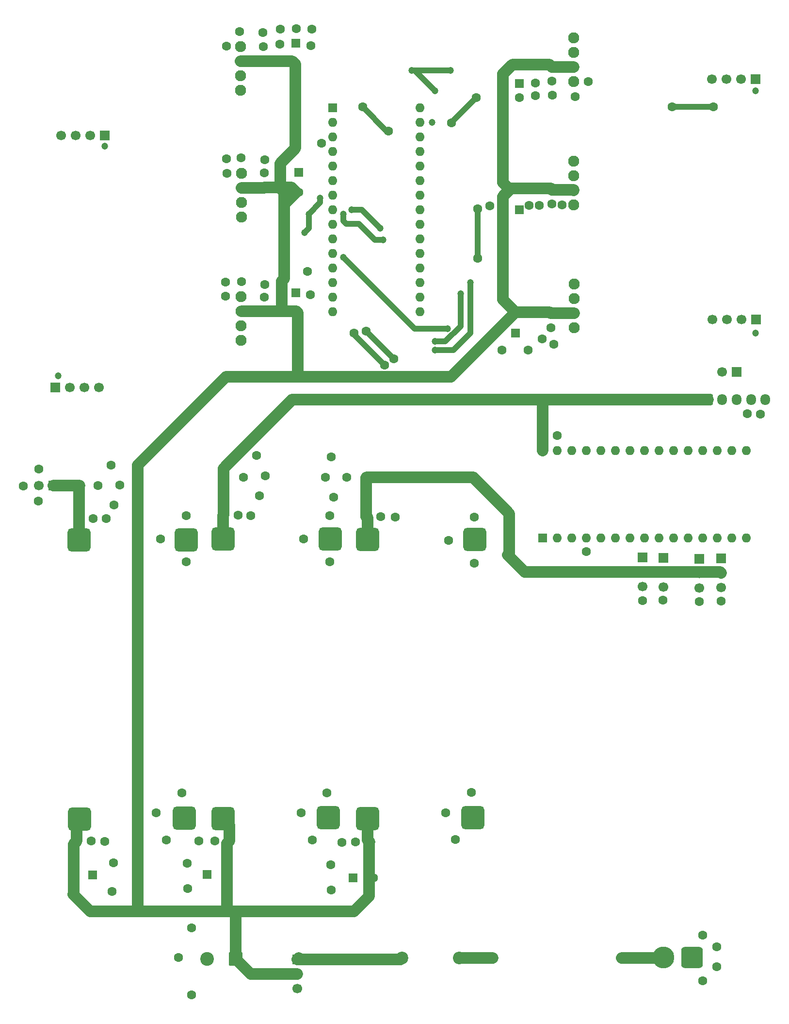
<source format=gbr>
%TF.GenerationSoftware,KiCad,Pcbnew,9.0.6*%
%TF.CreationDate,2025-12-29T23:23:51+08:00*%
%TF.ProjectId,Microver2025,4d696372-6f76-4657-9232-3032352e6b69,rev?*%
%TF.SameCoordinates,Original*%
%TF.FileFunction,Copper,L4,Bot*%
%TF.FilePolarity,Positive*%
%FSLAX46Y46*%
G04 Gerber Fmt 4.6, Leading zero omitted, Abs format (unit mm)*
G04 Created by KiCad (PCBNEW 9.0.6) date 2025-12-29 23:23:51*
%MOMM*%
%LPD*%
G01*
G04 APERTURE LIST*
G04 Aperture macros list*
%AMRoundRect*
0 Rectangle with rounded corners*
0 $1 Rounding radius*
0 $2 $3 $4 $5 $6 $7 $8 $9 X,Y pos of 4 corners*
0 Add a 4 corners polygon primitive as box body*
4,1,4,$2,$3,$4,$5,$6,$7,$8,$9,$2,$3,0*
0 Add four circle primitives for the rounded corners*
1,1,$1+$1,$2,$3*
1,1,$1+$1,$4,$5*
1,1,$1+$1,$6,$7*
1,1,$1+$1,$8,$9*
0 Add four rect primitives between the rounded corners*
20,1,$1+$1,$2,$3,$4,$5,0*
20,1,$1+$1,$4,$5,$6,$7,0*
20,1,$1+$1,$6,$7,$8,$9,0*
20,1,$1+$1,$8,$9,$2,$3,0*%
G04 Aperture macros list end*
%TA.AperFunction,ComponentPad*%
%ADD10C,1.600000*%
%TD*%
%TA.AperFunction,ComponentPad*%
%ADD11C,1.930400*%
%TD*%
%TA.AperFunction,ComponentPad*%
%ADD12RoundRect,0.250000X-0.550000X-0.550000X0.550000X-0.550000X0.550000X0.550000X-0.550000X0.550000X0*%
%TD*%
%TA.AperFunction,ComponentPad*%
%ADD13RoundRect,0.250000X0.550000X0.550000X-0.550000X0.550000X-0.550000X-0.550000X0.550000X-0.550000X0*%
%TD*%
%TA.AperFunction,ComponentPad*%
%ADD14R,1.600000X1.600000*%
%TD*%
%TA.AperFunction,ComponentPad*%
%ADD15O,1.600000X1.600000*%
%TD*%
%TA.AperFunction,ComponentPad*%
%ADD16R,1.700000X1.700000*%
%TD*%
%TA.AperFunction,ComponentPad*%
%ADD17C,1.700000*%
%TD*%
%TA.AperFunction,ComponentPad*%
%ADD18RoundRect,0.250000X-0.600000X-0.725000X0.600000X-0.725000X0.600000X0.725000X-0.600000X0.725000X0*%
%TD*%
%TA.AperFunction,ComponentPad*%
%ADD19O,1.700000X1.950000*%
%TD*%
%TA.AperFunction,ComponentPad*%
%ADD20RoundRect,0.600000X1.400000X-1.400000X1.400000X1.400000X-1.400000X1.400000X-1.400000X-1.400000X0*%
%TD*%
%TA.AperFunction,ComponentPad*%
%ADD21C,2.400000*%
%TD*%
%TA.AperFunction,ComponentPad*%
%ADD22RoundRect,0.250001X0.949999X0.949999X-0.949999X0.949999X-0.949999X-0.949999X0.949999X-0.949999X0*%
%TD*%
%TA.AperFunction,ComponentPad*%
%ADD23RoundRect,0.760000X1.140000X1.140000X-1.140000X1.140000X-1.140000X-1.140000X1.140000X-1.140000X0*%
%TD*%
%TA.AperFunction,ComponentPad*%
%ADD24C,3.800000*%
%TD*%
%TA.AperFunction,ComponentPad*%
%ADD25RoundRect,0.250000X-0.550000X0.550000X-0.550000X-0.550000X0.550000X-0.550000X0.550000X0.550000X0*%
%TD*%
%TA.AperFunction,ComponentPad*%
%ADD26RoundRect,0.250000X0.550000X-0.550000X0.550000X0.550000X-0.550000X0.550000X-0.550000X-0.550000X0*%
%TD*%
%TA.AperFunction,ComponentPad*%
%ADD27C,2.200000*%
%TD*%
%TA.AperFunction,ViaPad*%
%ADD28C,1.600000*%
%TD*%
%TA.AperFunction,ViaPad*%
%ADD29C,1.200000*%
%TD*%
%TA.AperFunction,Conductor*%
%ADD30C,2.000000*%
%TD*%
%TA.AperFunction,Conductor*%
%ADD31C,1.000000*%
%TD*%
G04 APERTURE END LIST*
D10*
%TO.P,F1,2*%
%TO.N,+18V*%
X170875000Y-199000000D03*
%TO.P,F1,1*%
X193375000Y-199000000D03*
%TD*%
D11*
%TO.P,U5,1,GND*%
%TO.N,GND*%
X185027500Y-46138895D03*
%TO.P,U5,2,IN2*%
%TO.N,/5V*%
X185027500Y-38518895D03*
%TO.P,U5,3,IN1*%
X185027500Y-41058895D03*
%TO.P,U5,4,VM*%
%TO.N,+18V*%
X185027500Y-43598895D03*
%TD*%
%TO.P,U4,1,GND*%
%TO.N,GND*%
X126928000Y-83633370D03*
%TO.P,U4,2,IN2*%
%TO.N,/5V*%
X126928000Y-91253370D03*
%TO.P,U4,3,IN1*%
X126928000Y-88713370D03*
%TO.P,U4,4,VM*%
%TO.N,+18V*%
X126928000Y-86173370D03*
%TD*%
%TO.P,U6,1,GND*%
%TO.N,GND*%
X185027500Y-67638895D03*
%TO.P,U6,2,IN2*%
%TO.N,/5V*%
X185027500Y-60018895D03*
%TO.P,U6,3,IN1*%
X185027500Y-62558895D03*
%TO.P,U6,4,VM*%
%TO.N,+18V*%
X185027500Y-65098895D03*
%TD*%
%TO.P,U8,1,GND*%
%TO.N,GND*%
X185052500Y-89088895D03*
%TO.P,U8,2,IN2*%
%TO.N,/5V*%
X185052500Y-81468895D03*
%TO.P,U8,3,IN1*%
X185052500Y-84008895D03*
%TO.P,U8,4,VM*%
%TO.N,+18V*%
X185052500Y-86548895D03*
%TD*%
%TO.P,U2,1,GND*%
%TO.N,GND*%
X127000000Y-62133370D03*
%TO.P,U2,2,IN2*%
%TO.N,/5V*%
X127000000Y-69753370D03*
%TO.P,U2,3,IN1*%
X127000000Y-67213370D03*
%TO.P,U2,4,VM*%
%TO.N,+18V*%
X127000000Y-64673370D03*
%TD*%
%TO.P,U1,1,GND*%
%TO.N,GND*%
X126852500Y-40028895D03*
%TO.P,U1,2,IN2*%
%TO.N,/5V*%
X126852500Y-47648895D03*
%TO.P,U1,3,IN1*%
X126852500Y-45108895D03*
%TO.P,U1,4,VM*%
%TO.N,+18V*%
X126852500Y-42568895D03*
%TD*%
D12*
%TO.P,C20,1*%
%TO.N,/5V*%
X123880000Y-115140000D03*
D10*
%TO.P,C20,2*%
%TO.N,GND*%
X127380000Y-115140000D03*
%TD*%
D12*
%TO.P,C24,1*%
%TO.N,/5V*%
X98477349Y-116590000D03*
D10*
%TO.P,C24,2*%
%TO.N,GND*%
X101977349Y-116590000D03*
%TD*%
D13*
%TO.P,C15,1*%
%TO.N,/5V*%
X148855000Y-115190000D03*
D10*
%TO.P,C15,2*%
%TO.N,GND*%
X145355000Y-115190000D03*
%TD*%
D14*
%TO.P,A2,1,TX1*%
%TO.N,unconnected-(A2-TX1-Pad1)*%
X179600000Y-125766630D03*
D15*
%TO.P,A2,2,RX1*%
%TO.N,unconnected-(A2-RX1-Pad2)*%
X182140000Y-125766630D03*
%TO.P,A2,3,~{RESET}*%
%TO.N,unconnected-(A2-~{RESET}-Pad3)*%
X184680000Y-125766630D03*
%TO.P,A2,4,GND*%
%TO.N,GND*%
X187220000Y-125766630D03*
%TO.P,A2,5,D2*%
%TO.N,unconnected-(A2-D2-Pad5)*%
X189760000Y-125766630D03*
%TO.P,A2,6,D3*%
%TO.N,unconnected-(A2-D3-Pad6)*%
X192300000Y-125766630D03*
%TO.P,A2,7,D4*%
%TO.N,unconnected-(A2-D4-Pad7)*%
X194840000Y-125766630D03*
%TO.P,A2,8,D5*%
%TO.N,/5V*%
X197380000Y-125766630D03*
%TO.P,A2,9,D6*%
X199920000Y-125766630D03*
%TO.P,A2,10,D7*%
%TO.N,unconnected-(A2-D7-Pad10)*%
X202460000Y-125766630D03*
%TO.P,A2,11,D8*%
%TO.N,unconnected-(A2-D8-Pad11)*%
X205000000Y-125766630D03*
%TO.P,A2,12,D9*%
%TO.N,/5V*%
X207540000Y-125766630D03*
%TO.P,A2,13,D10*%
X210080000Y-125766630D03*
%TO.P,A2,14,MOSI*%
%TO.N,/SPI*%
X212620000Y-125766630D03*
%TO.P,A2,15,MISO*%
X215160000Y-125766630D03*
%TO.P,A2,16,SCK*%
%TO.N,unconnected-(A2-SCK-Pad16)*%
X215160000Y-110526630D03*
%TO.P,A2,17,3V3*%
%TO.N,unconnected-(A2-3V3-Pad17)*%
X212620000Y-110526630D03*
%TO.P,A2,18,AREF*%
%TO.N,unconnected-(A2-AREF-Pad18)*%
X210080000Y-110526630D03*
%TO.P,A2,19,A0*%
%TO.N,unconnected-(A2-A0-Pad19)*%
X207540000Y-110526630D03*
%TO.P,A2,20,A1*%
%TO.N,unconnected-(A2-A1-Pad20)*%
X205000000Y-110526630D03*
%TO.P,A2,21,A2*%
%TO.N,unconnected-(A2-A2-Pad21)*%
X202460000Y-110526630D03*
%TO.P,A2,22,A3*%
%TO.N,unconnected-(A2-A3-Pad22)*%
X199920000Y-110526630D03*
%TO.P,A2,23,SDA/A4*%
%TO.N,unconnected-(A2-SDA{slash}A4-Pad23)*%
X197380000Y-110526630D03*
%TO.P,A2,24,SCL/A5*%
%TO.N,unconnected-(A2-SCL{slash}A5-Pad24)*%
X194840000Y-110526630D03*
%TO.P,A2,25,A6*%
%TO.N,unconnected-(A2-A6-Pad25)*%
X192300000Y-110526630D03*
%TO.P,A2,26,A7*%
%TO.N,unconnected-(A2-A7-Pad26)*%
X189760000Y-110526630D03*
%TO.P,A2,27,+5V*%
%TO.N,unconnected-(A2-+5V-Pad27)*%
X187220000Y-110526630D03*
%TO.P,A2,28,~{RESET}*%
%TO.N,unconnected-(A2-~{RESET}-Pad28)*%
X184680000Y-110526630D03*
%TO.P,A2,29,GND*%
%TO.N,GND*%
X182140000Y-110526630D03*
%TO.P,A2,30,VIN*%
%TO.N,/5V*%
X179600000Y-110526630D03*
%TD*%
D16*
%TO.P,M4,1,PWM*%
%TO.N,/5V*%
X197040000Y-129180000D03*
D17*
%TO.P,M4,2,+*%
X197040000Y-131720000D03*
%TO.P,M4,3,-*%
%TO.N,GND*%
X197040000Y-134260000D03*
%TD*%
D16*
%TO.P,J4,1,Pin_1*%
%TO.N,/5V*%
X94170000Y-116640000D03*
D17*
%TO.P,J4,2,Pin_2*%
%TO.N,GND*%
X91630000Y-116640000D03*
%TD*%
D18*
%TO.P,J11,1,Pin_1*%
%TO.N,/5V*%
X208450000Y-101650000D03*
D19*
%TO.P,J11,2,Pin_2*%
%TO.N,/URAT*%
X210950000Y-101650000D03*
%TO.P,J11,3,Pin_3*%
X213450000Y-101650000D03*
%TO.P,J11,4,Pin_4*%
%TO.N,GND*%
X215950000Y-101650000D03*
%TO.P,J11,5,Pin_5*%
%TO.N,unconnected-(J11-Pin_5-Pad5)*%
X218450000Y-101650000D03*
%TD*%
D16*
%TO.P,M2,1,PWM*%
%TO.N,/5V*%
X206960000Y-129425000D03*
D17*
%TO.P,M2,2,+*%
X206960000Y-131965000D03*
%TO.P,M2,3,-*%
%TO.N,GND*%
X206960000Y-134505000D03*
%TD*%
D10*
%TO.P,C12,1*%
%TO.N,GND*%
X181000000Y-89083370D03*
%TO.P,C12,2*%
%TO.N,+18V*%
X181000000Y-86583370D03*
%TD*%
D16*
%TO.P,M1,1,PWM*%
%TO.N,/5V*%
X210735000Y-129350000D03*
D17*
%TO.P,M1,2,+*%
X210735000Y-131890000D03*
%TO.P,M1,3,-*%
%TO.N,GND*%
X210735000Y-134430000D03*
%TD*%
D16*
%TO.P,J7,1,Pin_1*%
%TO.N,GND*%
X103140000Y-55583370D03*
D17*
%TO.P,J7,2,Pin_2*%
%TO.N,/5V*%
X100600000Y-55583370D03*
%TO.P,J7,3,Pin_3*%
%TO.N,/DIGI*%
X98060000Y-55583370D03*
%TO.P,J7,4,Pin_4*%
X95520000Y-55583370D03*
%TD*%
D10*
%TO.P,C22,1*%
%TO.N,GND*%
X100750000Y-178590000D03*
%TO.P,C22,2*%
%TO.N,+18V*%
X98250000Y-178590000D03*
%TD*%
D16*
%TO.P,J8,1,Pin_1*%
%TO.N,GND*%
X216750000Y-45750000D03*
D17*
%TO.P,J8,2,Pin_2*%
%TO.N,/5V*%
X214210000Y-45750000D03*
%TO.P,J8,3,Pin_3*%
%TO.N,/DIGI*%
X211670000Y-45750000D03*
%TO.P,J8,4,Pin_4*%
X209130000Y-45750000D03*
%TD*%
D16*
%TO.P,J2,1,Pin_1*%
%TO.N,GND*%
X216800000Y-87633370D03*
D17*
%TO.P,J2,2,Pin_2*%
%TO.N,/5V*%
X214260000Y-87633370D03*
%TO.P,J2,3,Pin_3*%
%TO.N,/DIGI*%
X211720000Y-87633370D03*
%TO.P,J2,4,Pin_4*%
X209180000Y-87633370D03*
%TD*%
D10*
%TO.P,C11,1*%
%TO.N,GND*%
X130800000Y-40083370D03*
%TO.P,C11,2*%
%TO.N,+18V*%
X130800000Y-42583370D03*
%TD*%
D20*
%TO.P,U9,1,IN+*%
%TO.N,+18V*%
X98700000Y-174790000D03*
%TO.P,U9,2,IN-*%
%TO.N,GND*%
X117040000Y-174600000D03*
%TO.P,U9,3,OUT+*%
%TO.N,/5V*%
X98680000Y-126050000D03*
%TO.P,U9,4,OUT-*%
%TO.N,GND*%
X117360000Y-126050000D03*
%TD*%
D10*
%TO.P,C21,1*%
%TO.N,/5V*%
X123880000Y-121790000D03*
%TO.P,C21,2*%
%TO.N,GND*%
X126380000Y-121790000D03*
%TD*%
%TO.P,C9,1*%
%TO.N,GND*%
X131000000Y-62083370D03*
%TO.P,C9,2*%
%TO.N,+18V*%
X131000000Y-64583370D03*
%TD*%
%TO.P,C3,1*%
%TO.N,GND*%
X181200000Y-67533370D03*
%TO.P,C3,2*%
%TO.N,+18V*%
X181200000Y-65033370D03*
%TD*%
D16*
%TO.P,J5,1,Pin_1*%
%TO.N,GND*%
X94500000Y-99500000D03*
D17*
%TO.P,J5,2,Pin_2*%
%TO.N,/5V*%
X97040000Y-99500000D03*
%TO.P,J5,3,Pin_3*%
%TO.N,/DIGI*%
X99580000Y-99500000D03*
%TO.P,J5,4,Pin_4*%
X102120000Y-99500000D03*
%TD*%
D21*
%TO.P,C1,2*%
%TO.N,GND*%
X121030000Y-199190000D03*
D22*
%TO.P,C1,1*%
%TO.N,+18V*%
X126030000Y-199190000D03*
%TD*%
D10*
%TO.P,C18,1*%
%TO.N,GND*%
X122380000Y-178590000D03*
%TO.P,C18,2*%
%TO.N,+18V*%
X124880000Y-178590000D03*
%TD*%
D14*
%TO.P,A1,1,TX1*%
%TO.N,unconnected-(A1-TX1-Pad1)*%
X142907500Y-50737845D03*
D15*
%TO.P,A1,2,RX1*%
%TO.N,unconnected-(A1-RX1-Pad2)*%
X142907500Y-53277845D03*
%TO.P,A1,3,~{RESET}*%
%TO.N,unconnected-(A1-~{RESET}-Pad3)*%
X142907500Y-55817845D03*
%TO.P,A1,4,GND*%
%TO.N,GND*%
X142907500Y-58357845D03*
%TO.P,A1,5,D2*%
%TO.N,unconnected-(A1-D2-Pad5)*%
X142907500Y-60897845D03*
%TO.P,A1,6,D3*%
%TO.N,unconnected-(A1-D3-Pad6)*%
X142907500Y-63437845D03*
%TO.P,A1,7,D4*%
%TO.N,unconnected-(A1-D4-Pad7)*%
X142907500Y-65977845D03*
%TO.P,A1,8,D5*%
%TO.N,/5V*%
X142907500Y-68517845D03*
%TO.P,A1,9,D6*%
X142907500Y-71057845D03*
%TO.P,A1,10,D7*%
%TO.N,unconnected-(A1-D7-Pad10)*%
X142907500Y-73597845D03*
%TO.P,A1,11,D8*%
%TO.N,unconnected-(A1-D8-Pad11)*%
X142907500Y-76137845D03*
%TO.P,A1,12,D9*%
%TO.N,/5V*%
X142907500Y-78677845D03*
%TO.P,A1,13,D10*%
X142907500Y-81217845D03*
%TO.P,A1,14,MOSI*%
%TO.N,/SPI*%
X142907500Y-83757845D03*
%TO.P,A1,15,MISO*%
X142907500Y-86297845D03*
%TO.P,A1,16,SCK*%
%TO.N,unconnected-(A1-SCK-Pad16)*%
X158147500Y-86297845D03*
%TO.P,A1,17,3V3*%
%TO.N,unconnected-(A1-3V3-Pad17)*%
X158147500Y-83757845D03*
%TO.P,A1,18,AREF*%
%TO.N,unconnected-(A1-AREF-Pad18)*%
X158147500Y-81217845D03*
%TO.P,A1,19,A0*%
%TO.N,/DIGI*%
X158147500Y-78677845D03*
%TO.P,A1,20,A1*%
X158147500Y-76137845D03*
%TO.P,A1,21,A2*%
X158147500Y-73597845D03*
%TO.P,A1,22,A3*%
X158147500Y-71057845D03*
%TO.P,A1,23,SDA/A4*%
X158147500Y-68517845D03*
%TO.P,A1,24,SCL/A5*%
X158147500Y-65977845D03*
%TO.P,A1,25,A6*%
X158147500Y-63437845D03*
%TO.P,A1,26,A7*%
X158147500Y-60897845D03*
%TO.P,A1,27,+5V*%
%TO.N,/5V*%
X158147500Y-58357845D03*
%TO.P,A1,28,~{RESET}*%
%TO.N,unconnected-(A1-~{RESET}-Pad28)*%
X158147500Y-55817845D03*
%TO.P,A1,29,GND*%
%TO.N,GND*%
X158147500Y-53277845D03*
%TO.P,A1,30,VIN*%
%TO.N,unconnected-(A1-VIN-Pad30)*%
X158147500Y-50737845D03*
%TD*%
D10*
%TO.P,C14,1*%
%TO.N,/5V*%
X148800000Y-121990000D03*
%TO.P,C14,2*%
%TO.N,GND*%
X151300000Y-121990000D03*
%TD*%
%TO.P,C7,1*%
%TO.N,GND*%
X131000000Y-83733370D03*
%TO.P,C7,2*%
%TO.N,+18V*%
X131000000Y-86233370D03*
%TD*%
D23*
%TO.P,J14,1,Pin_1*%
%TO.N,GND*%
X205700000Y-198900000D03*
D24*
%TO.P,J14,2,Pin_2*%
%TO.N,+18V*%
X200700000Y-198900000D03*
%TD*%
D17*
%TO.P,SW1,3,C*%
%TO.N,unconnected-(SW1-C-Pad3)*%
X136750000Y-204330000D03*
%TO.P,SW1,2,B*%
%TO.N,+18V*%
X136750000Y-201790000D03*
D16*
%TO.P,SW1,1,A*%
X136750000Y-199250000D03*
%TD*%
%TO.P,J13,1,Pin_1*%
%TO.N,/URAT*%
X213470000Y-96800000D03*
D17*
%TO.P,J13,2,Pin_2*%
X210930000Y-96800000D03*
%TD*%
D20*
%TO.P,U3,1,IN+*%
%TO.N,+18V*%
X149040000Y-174730000D03*
%TO.P,U3,2,IN-*%
%TO.N,GND*%
X167380000Y-174540000D03*
%TO.P,U3,3,OUT+*%
%TO.N,/5V*%
X149020000Y-125990000D03*
%TO.P,U3,4,OUT-*%
%TO.N,GND*%
X167700000Y-125990000D03*
%TD*%
D10*
%TO.P,C17,1*%
%TO.N,GND*%
X146880000Y-178790000D03*
%TO.P,C17,2*%
%TO.N,+18V*%
X149380000Y-178790000D03*
%TD*%
%TO.P,C25,1*%
%TO.N,/5V*%
X98630000Y-122390000D03*
%TO.P,C25,2*%
%TO.N,GND*%
X101130000Y-122390000D03*
%TD*%
D20*
%TO.P,U10,1,IN+*%
%TO.N,+18V*%
X123800000Y-174680000D03*
%TO.P,U10,2,IN-*%
%TO.N,GND*%
X142140000Y-174490000D03*
%TO.P,U10,3,OUT+*%
%TO.N,/5V*%
X123780000Y-125940000D03*
%TO.P,U10,4,OUT-*%
%TO.N,GND*%
X142460000Y-125940000D03*
%TD*%
D16*
%TO.P,M3,1,PWM*%
%TO.N,/5V*%
X200630000Y-129200000D03*
D17*
%TO.P,M3,2,+*%
X200630000Y-131740000D03*
%TO.P,M3,3,-*%
%TO.N,GND*%
X200630000Y-134280000D03*
%TD*%
D10*
%TO.P,C5,1*%
%TO.N,GND*%
X181200000Y-46083370D03*
%TO.P,C5,2*%
%TO.N,+18V*%
X181200000Y-43583370D03*
%TD*%
D25*
%TO.P,C10,1*%
%TO.N,GND*%
X136500000Y-39500000D03*
D10*
%TO.P,C10,2*%
%TO.N,+18V*%
X136500000Y-43000000D03*
%TD*%
D26*
%TO.P,C13,1*%
%TO.N,GND*%
X174800000Y-90000000D03*
D10*
%TO.P,C13,2*%
%TO.N,+18V*%
X174800000Y-86500000D03*
%TD*%
D26*
%TO.P,C2,1*%
%TO.N,GND*%
X175500000Y-68500000D03*
D10*
%TO.P,C2,2*%
%TO.N,+18V*%
X175500000Y-65000000D03*
%TD*%
D25*
%TO.P,C8,1*%
%TO.N,GND*%
X137000000Y-62000000D03*
D10*
%TO.P,C8,2*%
%TO.N,+18V*%
X137000000Y-65500000D03*
%TD*%
D26*
%TO.P,C4,1*%
%TO.N,GND*%
X175500000Y-46500000D03*
D10*
%TO.P,C4,2*%
%TO.N,+18V*%
X175500000Y-43000000D03*
%TD*%
D12*
%TO.P,C16,1*%
%TO.N,GND*%
X146500000Y-185000000D03*
D10*
%TO.P,C16,2*%
%TO.N,+18V*%
X150000000Y-185000000D03*
%TD*%
D13*
%TO.P,C23,1*%
%TO.N,GND*%
X101000000Y-184500000D03*
D10*
%TO.P,C23,2*%
%TO.N,+18V*%
X97500000Y-184500000D03*
%TD*%
D12*
%TO.P,C19,1*%
%TO.N,GND*%
X121000000Y-184390000D03*
D10*
%TO.P,C19,2*%
%TO.N,+18V*%
X124500000Y-184390000D03*
%TD*%
D25*
%TO.P,C6,1*%
%TO.N,GND*%
X136500000Y-83000000D03*
D10*
%TO.P,C6,2*%
%TO.N,+18V*%
X136500000Y-86500000D03*
%TD*%
D27*
%TO.P,TH1,2*%
%TO.N,+18V*%
X165000000Y-199000000D03*
%TO.P,TH1,1*%
X155000000Y-199000000D03*
%TD*%
D28*
%TO.N,GND*%
X206950000Y-136860000D03*
X141000000Y-56950000D03*
X117540000Y-182490000D03*
X136550000Y-36950000D03*
X131050000Y-81540000D03*
X172500000Y-93000000D03*
X143130000Y-118640000D03*
X124250000Y-83600000D03*
X104255000Y-113015000D03*
X139150000Y-39900000D03*
X118250000Y-205450000D03*
X177200000Y-67750000D03*
X112130000Y-173680000D03*
X142380000Y-121890000D03*
X215300000Y-104100000D03*
X177000000Y-93000000D03*
X167630000Y-122140000D03*
X217600000Y-104150000D03*
X126950000Y-59450000D03*
X130130000Y-118390000D03*
X126700000Y-37450000D03*
X185250000Y-48800000D03*
X129630000Y-111390000D03*
X197050000Y-136640000D03*
X91650000Y-113750000D03*
X141630000Y-115140000D03*
X178300000Y-48600000D03*
X139380000Y-178390000D03*
X128630000Y-121890000D03*
X127000000Y-81050000D03*
X113880000Y-178390000D03*
X181500000Y-92000000D03*
X182150000Y-107900000D03*
X124500000Y-62150000D03*
D29*
X160250000Y-53250000D03*
D28*
X163130000Y-126140000D03*
X153880000Y-122140000D03*
X133750000Y-37000000D03*
X104630000Y-182390000D03*
X91550000Y-119350000D03*
X210750000Y-136750000D03*
X116630000Y-170180000D03*
X119520000Y-178610000D03*
X117380000Y-129890000D03*
X187500000Y-46150000D03*
X178300000Y-46400000D03*
X142380000Y-129890000D03*
X181300000Y-48500000D03*
X104380000Y-187390000D03*
X103380000Y-122390000D03*
X138500000Y-79250000D03*
X144540000Y-178830000D03*
X104755000Y-120015000D03*
X115990000Y-198930000D03*
X137880000Y-125890000D03*
X117380000Y-121890000D03*
D29*
X216750000Y-90000000D03*
D28*
X124200000Y-81150000D03*
X112880000Y-125890000D03*
X103130000Y-178640000D03*
X167130000Y-170140000D03*
X142630000Y-111640000D03*
D29*
X95000000Y-97500000D03*
D28*
X207500000Y-203000000D03*
X142650000Y-187110000D03*
X139050000Y-83350000D03*
X170350000Y-67800000D03*
X141910000Y-170180000D03*
X139250000Y-37050000D03*
D29*
X216750000Y-47800000D03*
D28*
X164380000Y-178350000D03*
X187200000Y-128150000D03*
X175550000Y-49000000D03*
X133700000Y-39650000D03*
X88920000Y-116690000D03*
X124400000Y-59600000D03*
X200620000Y-136600000D03*
X137410000Y-173680000D03*
X210000000Y-200500000D03*
X105755000Y-116515000D03*
X131130000Y-114890000D03*
X179500000Y-91000000D03*
X167630000Y-130140000D03*
X162630000Y-173640000D03*
X210000000Y-197000000D03*
X142560000Y-182710000D03*
X118250000Y-193710000D03*
X124350000Y-40000000D03*
D29*
X103150000Y-57400000D03*
D28*
X182950000Y-67650000D03*
X131050000Y-59800000D03*
X130750000Y-37650000D03*
X207500000Y-195000000D03*
X178950000Y-67750000D03*
X117630000Y-186890000D03*
%TO.N,/SPI*%
X152000000Y-95600000D03*
X148800000Y-89650000D03*
X146650000Y-90000000D03*
X153600000Y-94500000D03*
%TO.N,/5V*%
X168200000Y-68334370D03*
X148150000Y-50600000D03*
D29*
X140750000Y-66500000D03*
D28*
X152700000Y-54800000D03*
X209350000Y-50550000D03*
X202150000Y-50600000D03*
X168000000Y-48950000D03*
X168250000Y-77000000D03*
D29*
X160750000Y-47750000D03*
X156750000Y-44250000D03*
X138750000Y-69250000D03*
X138000000Y-72500000D03*
X163000000Y-89250000D03*
X163500000Y-44250000D03*
D28*
X163650000Y-53350000D03*
D29*
X144792672Y-76792672D03*
%TO.N,/DIGI*%
X167000000Y-81250000D03*
X144750000Y-69250000D03*
X160750000Y-93000000D03*
X151750000Y-73750000D03*
X146250000Y-68500000D03*
X160750000Y-91500000D03*
X165250000Y-83161522D03*
X151250000Y-71750000D03*
%TD*%
D30*
%TO.N,+18V*%
X134431000Y-67602370D02*
X134431000Y-80569000D01*
X134431000Y-80569000D02*
X134000000Y-81000000D01*
X134000000Y-85983370D02*
X134250000Y-86233370D01*
X134000000Y-81000000D02*
X134000000Y-85983370D01*
X193375000Y-199000000D02*
X200600000Y-199000000D01*
X200600000Y-199000000D02*
X200700000Y-198900000D01*
X165000000Y-199000000D02*
X170875000Y-199000000D01*
X136750000Y-199250000D02*
X154750000Y-199250000D01*
X154750000Y-199250000D02*
X155000000Y-199000000D01*
X137000000Y-199000000D02*
X136750000Y-199250000D01*
X126030000Y-199190000D02*
X126030000Y-190890000D01*
%TO.N,/5V*%
X123880000Y-115140000D02*
X123880000Y-113620000D01*
X123880000Y-113620000D02*
X135850000Y-101650000D01*
X135850000Y-101650000D02*
X179600000Y-101650000D01*
%TO.N,+18V*%
X149040000Y-178450000D02*
X149380000Y-178790000D01*
X124880000Y-178590000D02*
X124880000Y-175760000D01*
X185011975Y-43583370D02*
X185027500Y-43598895D01*
X136600000Y-65433370D02*
X135516685Y-66516685D01*
X130940000Y-86173370D02*
X131000000Y-86233370D01*
X136552651Y-86233370D02*
X136800000Y-86480719D01*
X149040000Y-174730000D02*
X149040000Y-178450000D01*
X127000000Y-64673370D02*
X130910000Y-64673370D01*
X98250000Y-175240000D02*
X98700000Y-174790000D01*
X97700000Y-179140000D02*
X98250000Y-178590000D01*
X131000000Y-64583370D02*
X133750000Y-64583370D01*
X175600000Y-43186021D02*
X174313979Y-43186021D01*
X174313979Y-43186021D02*
X172650000Y-44850000D01*
X133750000Y-64750000D02*
X135516685Y-66516685D01*
X130785525Y-42568895D02*
X130800000Y-42583370D01*
X98250000Y-178590000D02*
X98250000Y-175240000D01*
X149300000Y-178870000D02*
X149380000Y-178790000D01*
X97700000Y-187820000D02*
X97700000Y-184390000D01*
X181200000Y-43583370D02*
X185011975Y-43583370D01*
X124477349Y-184390000D02*
X124477349Y-190737349D01*
X136750000Y-201790000D02*
X128630000Y-201790000D01*
X136400000Y-43133370D02*
X136400000Y-57800000D01*
X146630000Y-190890000D02*
X149300000Y-188220000D01*
X97700000Y-184390000D02*
X97700000Y-179140000D01*
X124630000Y-190890000D02*
X109000000Y-190890000D01*
X175200000Y-64833370D02*
X181000000Y-64833370D01*
X181200000Y-65033370D02*
X184961975Y-65033370D01*
X180802651Y-86386021D02*
X181000000Y-86583370D01*
X136800000Y-86480719D02*
X136800000Y-97601000D01*
X136800000Y-97601000D02*
X124299000Y-97601000D01*
X175600000Y-43186021D02*
X180802651Y-43186021D01*
X172600000Y-84186021D02*
X174800000Y-86386021D01*
X135516685Y-66516685D02*
X134431000Y-67602370D01*
X124299000Y-97601000D02*
X108850000Y-113050000D01*
X100630000Y-190890000D02*
X97630000Y-187890000D01*
X135850000Y-42583370D02*
X136400000Y-43133370D01*
X126030000Y-190890000D02*
X146630000Y-190890000D01*
X124880000Y-175760000D02*
X123800000Y-174680000D01*
X174800000Y-86386021D02*
X180802651Y-86386021D01*
X184961975Y-65033370D02*
X185027500Y-65098895D01*
X134250000Y-86233370D02*
X136552651Y-86233370D01*
X108850000Y-113050000D02*
X108850000Y-190740000D01*
X175200000Y-64833370D02*
X173966630Y-64833370D01*
X134431000Y-67602370D02*
X134431000Y-65431000D01*
X124477349Y-190737349D02*
X124630000Y-190890000D01*
X127000000Y-86173370D02*
X130940000Y-86173370D01*
X172650000Y-63800000D02*
X173683370Y-64833370D01*
X163585021Y-97601000D02*
X136800000Y-97601000D01*
X172650000Y-44850000D02*
X172650000Y-63800000D01*
X133750000Y-60450000D02*
X133750000Y-64583370D01*
X180802651Y-43186021D02*
X181200000Y-43583370D01*
X97630000Y-187890000D02*
X97700000Y-187820000D01*
X185018025Y-86583370D02*
X185052500Y-86548895D01*
X124477349Y-178992651D02*
X124880000Y-178590000D01*
X126852500Y-42568895D02*
X130785525Y-42568895D01*
X181000000Y-64833370D02*
X181200000Y-65033370D01*
X108850000Y-190740000D02*
X109000000Y-190890000D01*
X128630000Y-201790000D02*
X126030000Y-199190000D01*
X135750000Y-64583370D02*
X136600000Y-65433370D01*
X134431000Y-65431000D02*
X133750000Y-64750000D01*
X174800000Y-86386021D02*
X163585021Y-97601000D01*
X131000000Y-86233370D02*
X134250000Y-86233370D01*
X126030000Y-190890000D02*
X124630000Y-190890000D01*
X133750000Y-64583370D02*
X133750000Y-64750000D01*
X173683370Y-64833370D02*
X175200000Y-64833370D01*
X133750000Y-64583370D02*
X135750000Y-64583370D01*
X181000000Y-86583370D02*
X185018025Y-86583370D01*
X149300000Y-188220000D02*
X149300000Y-184790000D01*
X172600000Y-66200000D02*
X172600000Y-84186021D01*
X124477349Y-184390000D02*
X124477349Y-178992651D01*
X130800000Y-42583370D02*
X135850000Y-42583370D01*
X130910000Y-64673370D02*
X131000000Y-64583370D01*
X149300000Y-184790000D02*
X149300000Y-178870000D01*
X136400000Y-57800000D02*
X133750000Y-60450000D01*
X173966630Y-64833370D02*
X172600000Y-66200000D01*
X109000000Y-190890000D02*
X100630000Y-190890000D01*
D31*
%TO.N,/SPI*%
X148800000Y-89700000D02*
X153600000Y-94500000D01*
X148800000Y-89650000D02*
X148800000Y-89700000D01*
X146650000Y-90000000D02*
X146650000Y-90250000D01*
X146650000Y-90250000D02*
X152000000Y-95600000D01*
D30*
%TO.N,/5V*%
X123780000Y-125940000D02*
X123780000Y-121890000D01*
D31*
X138750000Y-69500000D02*
X138750000Y-69250000D01*
X160750000Y-47750000D02*
X157250000Y-44250000D01*
D30*
X173750000Y-121500000D02*
X173750000Y-128500000D01*
X197040000Y-131720000D02*
X210565000Y-131720000D01*
X148855000Y-115190000D02*
X167440000Y-115190000D01*
D31*
X138750000Y-69250000D02*
X140750000Y-67250000D01*
D30*
X179600000Y-110526630D02*
X179600000Y-101650000D01*
X176470000Y-131720000D02*
X197040000Y-131720000D01*
X98630000Y-122390000D02*
X98630000Y-116742651D01*
X148800000Y-121990000D02*
X148800000Y-115245000D01*
X149020000Y-122210000D02*
X148800000Y-121990000D01*
D31*
X168200000Y-68334370D02*
X168200000Y-76950000D01*
D30*
X98680000Y-122440000D02*
X98630000Y-122390000D01*
X123880000Y-121790000D02*
X123880000Y-115140000D01*
X98630000Y-116742651D02*
X98477349Y-116590000D01*
D31*
X138750000Y-71750000D02*
X138750000Y-69500000D01*
X209300000Y-50600000D02*
X209350000Y-50550000D01*
X163650000Y-53350000D02*
X163650000Y-53300000D01*
D30*
X179600000Y-101650000D02*
X208450000Y-101650000D01*
D31*
X168200000Y-76950000D02*
X168250000Y-77000000D01*
X157250000Y-44250000D02*
X156750000Y-44250000D01*
X157250000Y-89250000D02*
X144792672Y-76792672D01*
X138000000Y-72500000D02*
X138750000Y-71750000D01*
D30*
X173500000Y-128750000D02*
X176470000Y-131720000D01*
D31*
X152700000Y-54800000D02*
X152350000Y-54800000D01*
X163000000Y-89250000D02*
X157250000Y-89250000D01*
D30*
X210565000Y-131720000D02*
X210735000Y-131890000D01*
D31*
X202150000Y-50600000D02*
X209300000Y-50600000D01*
X140750000Y-67250000D02*
X140750000Y-66500000D01*
D30*
X123780000Y-121890000D02*
X123880000Y-121790000D01*
X98695000Y-116640000D02*
X94170000Y-116640000D01*
X98680000Y-126050000D02*
X98680000Y-122440000D01*
D31*
X163650000Y-53300000D02*
X168000000Y-48950000D01*
D30*
X148800000Y-115245000D02*
X148855000Y-115190000D01*
D31*
X163500000Y-44250000D02*
X157250000Y-44250000D01*
D30*
X167440000Y-115190000D02*
X173750000Y-121500000D01*
X173750000Y-128500000D02*
X173500000Y-128750000D01*
X149020000Y-125990000D02*
X149020000Y-122210000D01*
D31*
X152350000Y-54800000D02*
X148150000Y-50600000D01*
%TO.N,/DIGI*%
X146250000Y-68500000D02*
X148000000Y-68500000D01*
X162589892Y-91500000D02*
X160750000Y-91500000D01*
X148000000Y-68500000D02*
X151250000Y-71750000D01*
X167000000Y-81250000D02*
X167000000Y-90000000D01*
X165250000Y-88839892D02*
X162589892Y-91500000D01*
X144750000Y-69250000D02*
X144750000Y-70500000D01*
X165250000Y-83161522D02*
X165250000Y-88839892D01*
X150250000Y-73750000D02*
X151750000Y-73750000D01*
X144750000Y-70500000D02*
X145250000Y-71000000D01*
X167000000Y-90000000D02*
X164000000Y-93000000D01*
X164000000Y-93000000D02*
X160750000Y-93000000D01*
X147500000Y-71000000D02*
X150250000Y-73750000D01*
X145250000Y-71000000D02*
X147500000Y-71000000D01*
%TD*%
M02*

</source>
